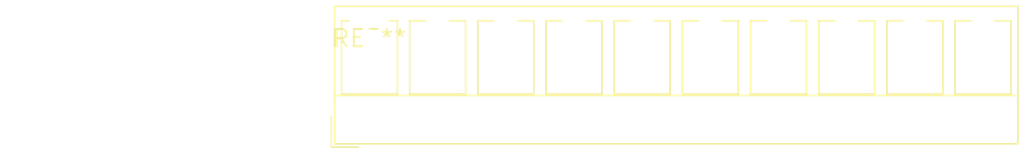
<source format=kicad_pcb>
(kicad_pcb (version 20240108) (generator pcbnew)
  (layers (0 "F.Cu" signal) (31 "B.Cu" signal) (34 "B.Paste" user) (35 "F.Paste" user) (36 "B.SilkS" user "B.Silkscreen") (37 "F.SilkS" user "F.Silkscreen") (38 "B.Mask" user) (39 "F.Mask" user) (44 "Edge.Cuts" user))
  (net 0 "")
  (footprint "TerminalBlock_RND_205-00284_1x10_P5.00mm_Vertical" (layer "F.Cu") (at 0 0)
    (property "Reference" "REF**")
    (property "Value" "TerminalBlock_RND_205-00284_1x10_P5.00mm_Vertical")
    (fp_line (start -2.8 5.76) (end -2.8 8) (layer "F.SilkS") (stroke (width 0.12)))
    (fp_line (start -2.8 8) (end -0.8 8) (layer "F.SilkS") (stroke (width 0.12)))
    (fp_line (start -2.56 -2.36) (end -2.56 7.76) (layer "F.SilkS") (stroke (width 0.12)))
    (fp_line (start -2.56 -2.36) (end 47.56 -2.36) (layer "F.SilkS") (stroke (width 0.12)))
    (fp_line (start -2.56 4.2) (end 47.56 4.2) (layer "F.SilkS") (stroke (width 0.12)))
    (fp_line (start -2.56 7.76) (end 47.56 7.76) (layer "F.SilkS") (stroke (width 0.12)))
    (fp_line (start -2.05 -1.3) (end -2.05 4.1) (layer "F.SilkS") (stroke (width 0.12)))
    (fp_line (start -2.05 -1.3) (end -1.49 -1.3) (layer "F.SilkS") (stroke (width 0.12)))
    (fp_line (start -2.05 4.1) (end 2.05 4.1) (layer "F.SilkS") (stroke (width 0.12)))
    (fp_line (start 1.49 -1.3) (end 2.05 -1.3) (layer "F.SilkS") (stroke (width 0.12)))
    (fp_line (start 2.05 -1.3) (end 2.05 4.1) (layer "F.SilkS") (stroke (width 0.12)))
    (fp_line (start 2.95 -1.3) (end 2.95 4.1) (layer "F.SilkS") (stroke (width 0.12)))
    (fp_line (start 2.95 -1.3) (end 4.117 -1.3) (layer "F.SilkS") (stroke (width 0.12)))
    (fp_line (start 2.95 4.1) (end 7.05 4.1) (layer "F.SilkS") (stroke (width 0.12)))
    (fp_line (start 5.884 -1.3) (end 7.05 -1.3) (layer "F.SilkS") (stroke (width 0.12)))
    (fp_line (start 7.05 -1.3) (end 7.05 4.1) (layer "F.SilkS") (stroke (width 0.12)))
    (fp_line (start 7.95 -1.3) (end 7.95 4.1) (layer "F.SilkS") (stroke (width 0.12)))
    (fp_line (start 7.95 -1.3) (end 9.117 -1.3) (layer "F.SilkS") (stroke (width 0.12)))
    (fp_line (start 7.95 4.1) (end 12.05 4.1) (layer "F.SilkS") (stroke (width 0.12)))
    (fp_line (start 10.884 -1.3) (end 12.05 -1.3) (layer "F.SilkS") (stroke (width 0.12)))
    (fp_line (start 12.05 -1.3) (end 12.05 4.1) (layer "F.SilkS") (stroke (width 0.12)))
    (fp_line (start 12.95 -1.3) (end 12.95 4.1) (layer "F.SilkS") (stroke (width 0.12)))
    (fp_line (start 12.95 -1.3) (end 14.117 -1.3) (layer "F.SilkS") (stroke (width 0.12)))
    (fp_line (start 12.95 4.1) (end 17.05 4.1) (layer "F.SilkS") (stroke (width 0.12)))
    (fp_line (start 15.884 -1.3) (end 17.05 -1.3) (layer "F.SilkS") (stroke (width 0.12)))
    (fp_line (start 17.05 -1.3) (end 17.05 4.1) (layer "F.SilkS") (stroke (width 0.12)))
    (fp_line (start 17.95 -1.3) (end 17.95 4.1) (layer "F.SilkS") (stroke (width 0.12)))
    (fp_line (start 17.95 -1.3) (end 19.117 -1.3) (layer "F.SilkS") (stroke (width 0.12)))
    (fp_line (start 17.95 4.1) (end 22.05 4.1) (layer "F.SilkS") (stroke (width 0.12)))
    (fp_line (start 20.884 -1.3) (end 22.05 -1.3) (layer "F.SilkS") (stroke (width 0.12)))
    (fp_line (start 22.05 -1.3) (end 22.05 4.1) (layer "F.SilkS") (stroke (width 0.12)))
    (fp_line (start 22.95 -1.3) (end 22.95 4.1) (layer "F.SilkS") (stroke (width 0.12)))
    (fp_line (start 22.95 -1.3) (end 24.117 -1.3) (layer "F.SilkS") (stroke (width 0.12)))
    (fp_line (start 22.95 4.1) (end 27.05 4.1) (layer "F.SilkS") (stroke (width 0.12)))
    (fp_line (start 25.884 -1.3) (end 27.05 -1.3) (layer "F.SilkS") (stroke (width 0.12)))
    (fp_line (start 27.05 -1.3) (end 27.05 4.1) (layer "F.SilkS") (stroke (width 0.12)))
    (fp_line (start 27.95 -1.3) (end 27.95 4.1) (layer "F.SilkS") (stroke (width 0.12)))
    (fp_line (start 27.95 -1.3) (end 29.117 -1.3) (layer "F.SilkS") (stroke (width 0.12)))
    (fp_line (start 27.95 4.1) (end 32.05 4.1) (layer "F.SilkS") (stroke (width 0.12)))
    (fp_line (start 30.884 -1.3) (end 32.05 -1.3) (layer "F.SilkS") (stroke (width 0.12)))
    (fp_line (start 32.05 -1.3) (end 32.05 4.1) (layer "F.SilkS") (stroke (width 0.12)))
    (fp_line (start 32.95 -1.3) (end 32.95 4.1) (layer "F.SilkS") (stroke (width 0.12)))
    (fp_line (start 32.95 -1.3) (end 34.117 -1.3) (layer "F.SilkS") (stroke (width 0.12)))
    (fp_line (start 32.95 4.1) (end 37.05 4.1) (layer "F.SilkS") (stroke (width 0.12)))
    (fp_line (start 35.884 -1.3) (end 37.05 -1.3) (layer "F.SilkS") (stroke (width 0.12)))
    (fp_line (start 37.05 -1.3) (end 37.05 4.1) (layer "F.SilkS") (stroke (width 0.12)))
    (fp_line (start 37.95 -1.3) (end 37.95 4.1) (layer "F.SilkS") (stroke (width 0.12)))
    (fp_line (start 37.95 -1.3) (end 39.117 -1.3) (layer "F.SilkS") (stroke (width 0.12)))
    (fp_line (start 37.95 4.1) (end 42.05 4.1) (layer "F.SilkS") (stroke (width 0.12)))
    (fp_line (start 40.884 -1.3) (end 42.05 -1.3) (layer "F.SilkS") (stroke (width 0.12)))
    (fp_line (start 42.05 -1.3) (end 42.05 4.1) (layer "F.SilkS") (stroke (width 0.12)))
    (fp_line (start 42.95 -1.3) (end 42.95 4.1) (layer "F.SilkS") (stroke (width 0.12)))
    (fp_line (start 42.95 -1.3) (end 44.117 -1.3) (layer "F.SilkS") (stroke (width 0.12)))
    (fp_line (start 42.95 4.1) (end 47.05 4.1) (layer "F.SilkS") (stroke (width 0.12)))
    (fp_line (start 45.884 -1.3) (end 47.05 -1.3) (layer "F.SilkS") (stroke (width 0.12)))
    (fp_line (start 47.05 -1.3) (end 47.05 4.1) (layer "F.SilkS") (stroke (width 0.12)))
    (fp_line (start 47.56 -2.36) (end 47.56 7.76) (layer "F.SilkS") (stroke (width 0.12)))
    (pad "1" thru_hole rect (at 0 0) (size 2.5 2.5) (drill 1.3) (layers *.Cu *.Mask) (remove_unused_layers))
    (pad "2" thru_hole circle (at 5 0) (size 2.5 2.5) (drill 1.3) (layers *.Cu *.Mask) (remove_unused_layers))
    (pad "3" thru_hole circle (at 10 0) (size 2.5 2.5) (drill 1.3) (layers *.Cu *.Mask) (remove_unused_layers))
    (pad "4" thru_hole circle (at 15 0) (size 2.5 2.5) (drill 1.3) (layers *.Cu *.Mask) (remove_unused_layers))
    (pad "5" thru_hole circle (at 20 0) (size 2.5 2.5) (drill 1.3) (layers *.Cu *.Mask) (remove_unused_layers))
    (pad "6" thru_hole circle (at 25 0) (size 2.5 2.5) (drill 1.3) (layers *.Cu *.Mask) (remove_unused_layers))
    (pad "7" thru_hole circle (at 30 0) (size 2.5 2.5) (drill 1.3) (layers *.Cu *.Mask) (remove_unused_layers))
    (pad "8" thru_hole circle (at 35 0) (size 2.5 2.5) (drill 1.3) (layers *.Cu *.Mask) (remove_unused_layers))
    (pad "9" thru_hole circle (at 40 0) (size 2.5 2.5) (drill 1.3) (layers *.Cu *.Mask) (remove_unused_layers))
    (pad "10" thru_hole circle (at 45 0) (size 2.5 2.5) (drill 1.3) (layers *.Cu *.Mask) (remove_unused_layers))
  )
)
</source>
